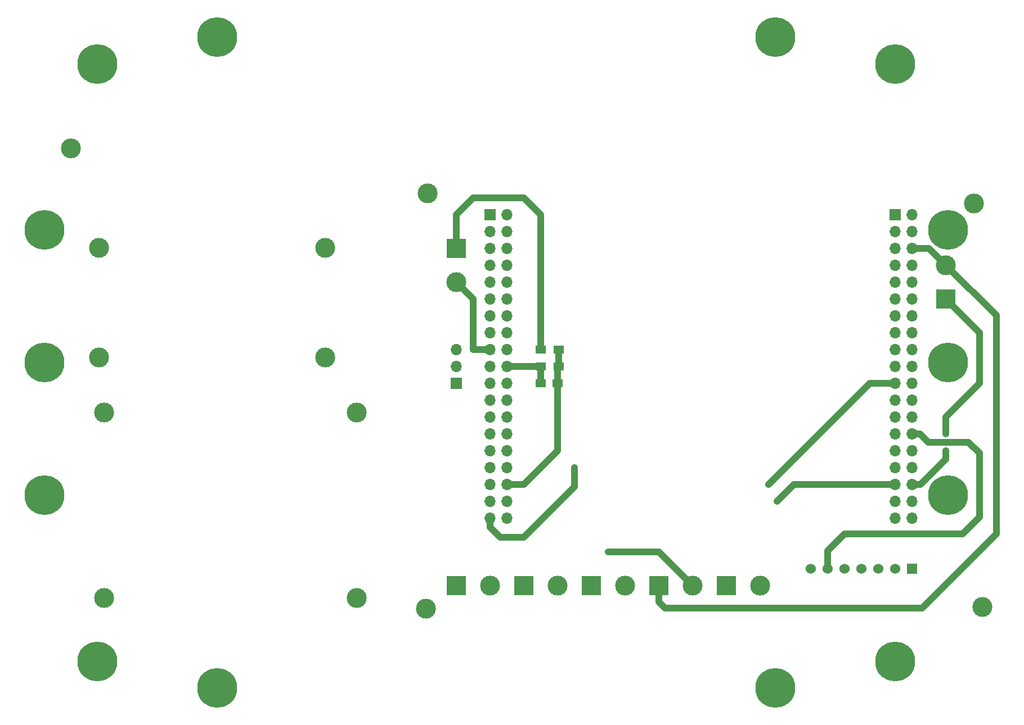
<source format=gtl>
G04 #@! TF.GenerationSoftware,KiCad,Pcbnew,5.1.5*
G04 #@! TF.CreationDate,2020-04-17T16:14:37+02:00*
G04 #@! TF.ProjectId,eco_nucleo64_interconnect,65636f5f-6e75-4636-9c65-6f36345f696e,rev?*
G04 #@! TF.SameCoordinates,Original*
G04 #@! TF.FileFunction,Copper,L1,Top*
G04 #@! TF.FilePolarity,Positive*
%FSLAX46Y46*%
G04 Gerber Fmt 4.6, Leading zero omitted, Abs format (unit mm)*
G04 Created by KiCad (PCBNEW 5.1.5) date 2020-04-17 16:14:37*
%MOMM*%
%LPD*%
G04 APERTURE LIST*
%ADD10C,3.000000*%
%ADD11R,3.000000X3.000000*%
%ADD12R,1.700000X1.700000*%
%ADD13O,1.700000X1.700000*%
%ADD14R,1.524000X1.524000*%
%ADD15C,1.524000*%
%ADD16R,1.500000X1.250000*%
%ADD17R,1.500000X1.300000*%
%ADD18C,6.000000*%
%ADD19C,0.800000*%
%ADD20C,1.016000*%
G04 APERTURE END LIST*
D10*
X139134000Y-133751000D03*
D11*
X134054000Y-133751000D03*
X144214000Y-133751000D03*
D10*
X149294000Y-133751000D03*
D12*
X103574000Y-103271000D03*
D13*
X103574000Y-100731000D03*
X103574000Y-98191000D03*
D14*
X172154000Y-131211000D03*
D15*
X169614000Y-131211000D03*
X167074000Y-131211000D03*
X164534000Y-131211000D03*
X161994000Y-131211000D03*
X159454000Y-131211000D03*
X156914000Y-131211000D03*
D10*
X108654000Y-133751000D03*
D11*
X103574000Y-133751000D03*
D10*
X128974000Y-133751000D03*
D11*
X123894000Y-133751000D03*
X113734000Y-133751000D03*
D10*
X118814000Y-133751000D03*
D13*
X172154000Y-123591000D03*
X169614000Y-123591000D03*
X172154000Y-121051000D03*
X169614000Y-121051000D03*
X172154000Y-118511000D03*
X169614000Y-118511000D03*
X172154000Y-115971000D03*
X169614000Y-115971000D03*
X172154000Y-113431000D03*
X169614000Y-113431000D03*
X172154000Y-110891000D03*
X169614000Y-110891000D03*
X172154000Y-108351000D03*
X169614000Y-108351000D03*
X172154000Y-105811000D03*
X169614000Y-105811000D03*
X172154000Y-103271000D03*
X169614000Y-103271000D03*
X172154000Y-100731000D03*
X169614000Y-100731000D03*
X172154000Y-98191000D03*
X169614000Y-98191000D03*
X172154000Y-95651000D03*
X169614000Y-95651000D03*
X172154000Y-93111000D03*
X169614000Y-93111000D03*
X172154000Y-90571000D03*
X169614000Y-90571000D03*
X172154000Y-88031000D03*
X169614000Y-88031000D03*
X172154000Y-85491000D03*
X169614000Y-85491000D03*
X172154000Y-82951000D03*
X169614000Y-82951000D03*
X172154000Y-80411000D03*
X169614000Y-80411000D03*
X172154000Y-77871000D03*
D12*
X169614000Y-77871000D03*
X108654000Y-77871000D03*
D13*
X111194000Y-77871000D03*
X108654000Y-80411000D03*
X111194000Y-80411000D03*
X108654000Y-82951000D03*
X111194000Y-82951000D03*
X108654000Y-85491000D03*
X111194000Y-85491000D03*
X108654000Y-88031000D03*
X111194000Y-88031000D03*
X108654000Y-90571000D03*
X111194000Y-90571000D03*
X108654000Y-93111000D03*
X111194000Y-93111000D03*
X108654000Y-95651000D03*
X111194000Y-95651000D03*
X108654000Y-98191000D03*
X111194000Y-98191000D03*
X108654000Y-100731000D03*
X111194000Y-100731000D03*
X108654000Y-103271000D03*
X111194000Y-103271000D03*
X108654000Y-105811000D03*
X111194000Y-105811000D03*
X108654000Y-108351000D03*
X111194000Y-108351000D03*
X108654000Y-110891000D03*
X111194000Y-110891000D03*
X108654000Y-113431000D03*
X111194000Y-113431000D03*
X108654000Y-115971000D03*
X111194000Y-115971000D03*
X108654000Y-118511000D03*
X111194000Y-118511000D03*
X108654000Y-121051000D03*
X111194000Y-121051000D03*
X108654000Y-123591000D03*
X111194000Y-123591000D03*
D16*
X116274000Y-103271000D03*
X118774000Y-103271000D03*
D17*
X116274000Y-98191000D03*
X118974000Y-98191000D03*
X116274000Y-100731000D03*
X118974000Y-100731000D03*
D11*
X103574000Y-82951000D03*
D10*
X103574000Y-88031000D03*
D11*
X177234000Y-90571000D03*
D10*
X177234000Y-85491000D03*
X182729000Y-136971000D03*
X98979000Y-137221000D03*
X181479000Y-76221000D03*
X99229000Y-74721000D03*
X45575000Y-67930000D03*
X83825000Y-99430000D03*
X83825000Y-82930000D03*
X49825000Y-82930000D03*
X49825000Y-99430000D03*
X88575000Y-135680000D03*
X88575000Y-107680000D03*
X50575000Y-107680000D03*
X50575000Y-135680000D03*
D18*
X177575000Y-100180000D03*
X41575000Y-100180000D03*
X177575000Y-120180000D03*
X41575000Y-120180000D03*
X177575000Y-80180000D03*
X41575000Y-80180000D03*
X169575000Y-145180000D03*
X49575000Y-145180000D03*
X169575000Y-55180000D03*
X49575000Y-55180000D03*
X151575000Y-149180000D03*
X67575000Y-149180000D03*
X151575000Y-51180000D03*
X67575000Y-51180000D03*
D19*
X150564000Y-118511000D03*
X151834000Y-121051000D03*
X121354000Y-115971000D03*
X126434000Y-128671006D03*
X177234000Y-110891000D03*
X177234000Y-113431000D03*
D20*
X116274000Y-103271000D02*
X116274000Y-100731000D01*
X111194000Y-100731000D02*
X116274000Y-100731000D01*
X169614000Y-103271000D02*
X165804000Y-103271000D01*
X165804000Y-103271000D02*
X150564000Y-118511000D01*
X154374000Y-118511000D02*
X169614000Y-118511000D01*
X151834000Y-121051000D02*
X154374000Y-118511000D01*
X182283000Y-123465000D02*
X182283000Y-113813000D01*
X179743000Y-126005000D02*
X182283000Y-123465000D01*
X180631000Y-112161000D02*
X174626081Y-112161000D01*
X173356081Y-110891000D02*
X172154000Y-110891000D01*
X182283000Y-113813000D02*
X180631000Y-112161000D01*
X162025000Y-126005000D02*
X179743000Y-126005000D01*
X159454000Y-131211000D02*
X159454000Y-128576000D01*
X174626081Y-112161000D02*
X173356081Y-110891000D01*
X159454000Y-128576000D02*
X162025000Y-126005000D01*
X121354000Y-118862000D02*
X113703000Y-126513000D01*
X121354000Y-115971000D02*
X121354000Y-118862000D01*
X113703000Y-126513000D02*
X110147000Y-126513000D01*
X110147000Y-126513000D02*
X108623000Y-124989000D01*
X108623000Y-123622000D02*
X108654000Y-123591000D01*
X108623000Y-124989000D02*
X108623000Y-123622000D01*
X128269683Y-128671000D02*
X128269677Y-128671006D01*
X128269677Y-128671006D02*
X126434000Y-128671006D01*
X134054000Y-128671000D02*
X128269683Y-128671000D01*
X139134000Y-133751000D02*
X134054000Y-128671000D01*
X118974000Y-100731000D02*
X118974000Y-98191000D01*
X118774000Y-103271000D02*
X118774000Y-100931000D01*
X118774000Y-100931000D02*
X118974000Y-100731000D01*
X118814000Y-113431000D02*
X118774000Y-113391000D01*
X118774000Y-113391000D02*
X118774000Y-103271000D01*
X118814000Y-113431000D02*
X118794000Y-113411000D01*
X113734000Y-118511000D02*
X118814000Y-113431000D01*
X111194000Y-118511000D02*
X113734000Y-118511000D01*
X106114000Y-98191000D02*
X106114000Y-90571000D01*
X106114000Y-90571000D02*
X103574000Y-88031000D01*
X108654000Y-98191000D02*
X106114000Y-98191000D01*
X116274000Y-77871000D02*
X113734000Y-75331000D01*
X106114000Y-75331000D02*
X103574000Y-77871000D01*
X116274000Y-98191000D02*
X116274000Y-77871000D01*
X113734000Y-75331000D02*
X106114000Y-75331000D01*
X103574000Y-77871000D02*
X103574000Y-82951000D01*
X177234000Y-108351000D02*
X182314000Y-103271000D01*
X177234000Y-110891000D02*
X177234000Y-108351000D01*
X182314000Y-103271000D02*
X182314000Y-95651000D01*
X182314000Y-95651000D02*
X177234000Y-90571000D01*
X173424000Y-118511000D02*
X177234000Y-114701000D01*
X172154000Y-118511000D02*
X173424000Y-118511000D01*
X177234000Y-114701000D02*
X177234000Y-113431000D01*
X184823000Y-93080000D02*
X184823000Y-126005000D01*
X177234000Y-85491000D02*
X184823000Y-93080000D01*
X184823000Y-126005000D02*
X173647000Y-137181000D01*
X134054000Y-136267000D02*
X134054000Y-133751000D01*
X173647000Y-137181000D02*
X134968000Y-137181000D01*
X134968000Y-137181000D02*
X134054000Y-136267000D01*
X172154000Y-82951000D02*
X174694000Y-82951000D01*
X174694000Y-82951000D02*
X177234000Y-85491000D01*
M02*

</source>
